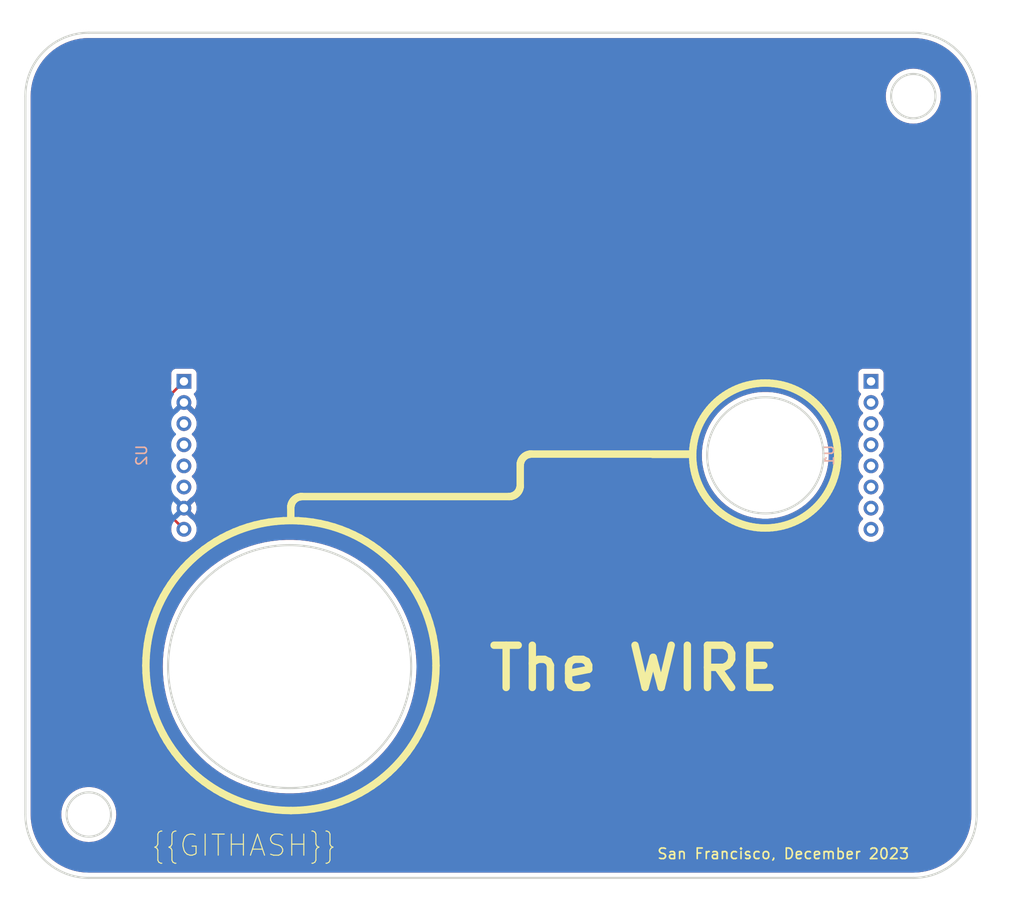
<source format=kicad_pcb>
(kicad_pcb (version 20221018) (generator pcbnew)
  (layers (0 "F.Cu" signal) (31 "B.Cu" signal) (34 "B.Paste" user) (35 "F.Paste" user) (36 "B.SilkS" user "B.Silkscreen") (37 "F.SilkS" user "F.Silkscreen") (38 "B.Mask" user) (39 "F.Mask" user) (44 "Edge.Cuts" user))
  (net 0 "")
  (net 1 "out")
  (net 2 "latch")
  (net 3 "xor")
  (net 4 "and")
  (net 5 "or")
  (net 6 "not")
  (net 7 "wire")
  (net 8 "in")
  (net 9 "and-1")
  (net 10 "xor-1")
  (net 11 "or-1")
  (net 12 "not-1")
  (net 13 "wire-1")
  (net 14 "in-1")
  (footprint "lib:HDR-TH_8P-P2.00-V-F" (layer "B.Cu") (at 101.8 101.1 -90)
    (fp_text reference "U2" (at 0 4 90) (layer "B.SilkS") (effects (justify mirror)))
    (fp_text value "<help! no value>")
    (pad "1" thru_hole rect (at -7 0 270) (size 1.4 1.4) (drill 0.799998) (layers "*.Cu" "*.Mask") (net 14 "in-1"))
    (pad "2" thru_hole circle (at -5 0 270) (size 1.4 1.4) (drill 0.799998) (layers "*.Cu" "*.Mask") (net 13 "wire-1"))
    (pad "3" thru_hole circle (at -3 0 270) (size 1.4 1.4) (drill 0.799998) (layers "*.Cu" "*.Mask") (net 12 "not-1"))
    (pad "4" thru_hole circle (at -1 0 270) (size 1.4 1.4) (drill 0.799998) (layers "*.Cu" "*.Mask") (net 11 "or-1"))
    (pad "5" thru_hole circle (at 1 0 270) (size 1.4 1.4) (drill 0.799998) (layers "*.Cu" "*.Mask") (net 9 "and-1"))
    (pad "6" thru_hole circle (at 3 0 270) (size 1.4 1.4) (drill 0.799998) (layers "*.Cu" "*.Mask") (net 10 "xor-1"))
    (pad "7" thru_hole circle (at 5 0 270) (size 1.4 1.4) (drill 0.799998) (layers "*.Cu" "*.Mask") (net 13 "wire-1"))
    (pad "8" thru_hole circle (at 7 0 270) (size 1.4 1.4) (drill 0.799998) (layers "*.Cu" "*.Mask") (net 14 "in-1"))
  )
  (footprint "lib:HDR-TH_8P-P2.00-V-F" (layer "B.Cu") (at 166.8 101.1 -90)
    (fp_text reference "U1" (at 0 4 90) (layer "B.SilkS") (effects (justify mirror)))
    (fp_text value "<help! no value>")
    (pad "1" thru_hole rect (at -7 0 270) (size 1.4 1.4) (drill 0.799998) (layers "*.Cu" "*.Mask") (net 8 "in"))
    (pad "2" thru_hole circle (at -5 0 270) (size 1.4 1.4) (drill 0.799998) (layers "*.Cu" "*.Mask") (net 7 "wire"))
    (pad "3" thru_hole circle (at -3 0 270) (size 1.4 1.4) (drill 0.799998) (layers "*.Cu" "*.Mask") (net 6 "not"))
    (pad "4" thru_hole circle (at -1 0 270) (size 1.4 1.4) (drill 0.799998) (layers "*.Cu" "*.Mask") (net 5 "or"))
    (pad "5" thru_hole circle (at 1 0 270) (size 1.4 1.4) (drill 0.799998) (layers "*.Cu" "*.Mask") (net 4 "and"))
    (pad "6" thru_hole circle (at 3 0 270) (size 1.4 1.4) (drill 0.799998) (layers "*.Cu" "*.Mask") (net 3 "xor"))
    (pad "7" thru_hole circle (at 5 0 270) (size 1.4 1.4) (drill 0.799998) (layers "*.Cu" "*.Mask") (net 2 "latch"))
    (pad "8" thru_hole circle (at 7 0 270) (size 1.4 1.4) (drill 0.799998) (layers "*.Cu" "*.Mask") (net 1 "out"))
  )
  (gr_line (start 161.870007 96.504054) (end 162.085682 96.753037) (stroke (width 0.703791)) (layer "F.SilkS"))
  (gr_line (start 122.513993 129.729698) (end 122.082643 130.227664) (stroke (width 0.703791)) (layer "F.SilkS"))
  (gr_line (start 158.505564 94.471952) (end 158.831191 94.56442) (stroke (width 0.703791)) (layer "F.SilkS"))
  (gr_line (start 157.835661 94.334985) (end 158.173577 94.39533) (stroke (width 0.703791)) (layer "F.SilkS"))
  (gr_line (start 121.628225 130.704288) (end 121.151602 131.158706) (stroke (width 0.703791)) (layer "F.SilkS"))
  (gr_line (start 102.219648 111.295711) (end 102.696271 110.841293) (stroke (width 0.703791)) (layer "F.SilkS"))
  (gr_line (start 98.2 121) (end 98.217858 120.293768) (stroke (width 0.703791)) (layer "F.SilkS"))
  (gr_line (start 112.555175 105.086889) (end 112.603115 105.067986) (stroke (width 0.703791)) (layer "F.SilkS"))
  (gr_line (start 163.513213 99.734961) (end 163.573558 100.072877) (stroke (width 0.703791)) (layer "F.SilkS"))
  (gr_line (start 125.630015 120.293768) (end 125.647872 121) (stroke (width 0.703791)) (layer "F.SilkS"))
  (gr_line (start 162.975958 98.142939) (end 163.113376 98.446899) (stroke (width 0.703791)) (layer "F.SilkS"))
  (gr_line (start 149.937612 101.471003) (end 149.928683 101.117887) (stroke (width 0.703791)) (layer "F.SilkS"))
  (gr_line (start 122.513993 112.270301) (end 122.921413 112.788749) (stroke (width 0.703791)) (layer "F.SilkS"))
  (gr_line (start 98.817001 125.081079) (end 98.632066 124.429826) (stroke (width 0.703791)) (layer "F.SilkS"))
  (gr_line (start 109.833916 134.565805) (end 109.158085 134.445114) (stroke (width 0.703791)) (layer "F.SilkS"))
  (gr_line (start 133.925168 101.289008) (end 133.961832 101.254053) (stroke (width 0.703791)) (layer "F.SilkS"))
  (gr_line (start 151.495624 96.753037) (end 151.711299 96.504054) (stroke (width 0.703791)) (layer "F.SilkS"))
  (gr_line (start 152.17682 96.038533) (end 152.425803 95.822858) (stroke (width 0.703791)) (layer "F.SilkS"))
  (gr_line (start 150.144716 99.402974) (end 150.237184 99.077347) (stroke (width 0.703791)) (layer "F.SilkS"))
  (gr_line (start 159.150027 107.563475) (end 158.831191 107.671357) (stroke (width 0.703791)) (layer "F.SilkS"))
  (gr_line (start 112.630169 107.293922) (end 113.32713 107.34692) (stroke (width 0.703791)) (layer "F.SilkS"))
  (gr_line (start 133.617338 101.981166) (end 133.621415 101.927553) (stroke (width 0.703791)) (layer "F.SilkS"))
  (gr_line (start 122.082643 111.772334) (end 122.513993 112.270301) (stroke (width 0.703791)) (layer "F.SilkS"))
  (gr_line (start 110.520744 107.34692) (end 111.217705 107.293922) (stroke (width 0.703791)) (layer "F.SilkS"))
  (gr_line (start 104.250753 132.380103) (end 103.712686 131.997476) (stroke (width 0.703791)) (layer "F.SilkS"))
  (gr_line (start 160.896278 106.616626) (end 160.627245 106.80794) (stroke (width 0.703791)) (layer "F.SilkS"))
  (gr_line (start 125.215807 117.570174) (end 125.369051 118.234148) (stroke (width 0.703791)) (layer "F.SilkS"))
  (gr_line (start 132.773033 104.98248) (end 132.824108 104.970692) (stroke (width 0.703791)) (layer "F.SilkS"))
  (gr_line (start 162.82442 97.847065) (end 162.975958 98.142939) (stroke (width 0.703791)) (layer "F.SilkS"))
  (gr_line (start 99.278495 126.341975) (end 99.032765 125.718749) (stroke (width 0.703791)) (layer "F.SilkS"))
  (gr_line (start 112.508412 105.10803) (end 112.555175 105.086889) (stroke (width 0.703791)) (layer "F.SilkS"))
  (gr_line (start 123.661013 128.11636) (end 123.30404 128.673183) (stroke (width 0.703791)) (layer "F.SilkS"))
  (gr_line (start 134.510882 100.991969) (end 134.563715 100.985256) (stroke (width 0.703791)) (layer "F.SilkS"))
  (gr_line (start 150.237184 99.077347) (end 150.345066 98.758512) (stroke (width 0.703791)) (layer "F.SilkS"))
  (gr_line (start 134.12424 101.13264) (end 134.168449 101.10722) (stroke (width 0.703791)) (layer "F.SilkS"))
  (gr_line (start 105.382293 108.932469) (end 105.974042 108.629393) (stroke (width 0.703791)) (layer "F.SilkS"))
  (gr_line (start 163.113376 103.788875) (end 162.975958 104.092834) (stroke (width 0.703791)) (layer "F.SilkS"))
  (gr_line (start 155.075739 94.471952) (end 155.407726 94.39533) (stroke (width 0.703791)) (layer "F.SilkS"))
  (gr_line (start 152.17682 106.197241) (end 151.938508 105.970032) (stroke (width 0.703791)) (layer "F.SilkS"))
  (gr_line (start 122.921413 112.788749) (end 123.30404 113.326816) (stroke (width 0.703791)) (layer "F.SilkS"))
  (gr_line (start 154.750112 94.56442) (end 155.075739 94.471952) (stroke (width 0.703791)) (layer "F.SilkS"))
  (gr_line (start 112.090703 105.469369) (end 112.120136 105.427979) (stroke (width 0.703791)) (layer "F.SilkS"))
  (gr_line (start 124.294544 115.050105) (end 124.569378 115.658024) (stroke (width 0.703791)) (layer "F.SilkS"))
  (gr_line (start 132.923256 104.939869) (end 132.971196 104.920966) (stroke (width 0.703791)) (layer "F.SilkS"))
  (gr_line (start 100.92646 129.21125) (end 100.543833 128.673183) (stroke (width 0.703791)) (layer "F.SilkS"))
  (gr_line (start 112.063244 105.512201) (end 112.090703 105.469369) (stroke (width 0.703791)) (layer "F.SilkS"))
  (gr_line (start 112.603115 105.067986) (end 112.652167 105.051389) (stroke (width 0.703791)) (layer "F.SilkS"))
  (gr_line (start 112.151476 105.388099) (end 112.184657 105.349794) (stroke (width 0.703791)) (layer "F.SilkS"))
  (gr_line (start 112.037824 105.55641) (end 112.063244 105.512201) (stroke (width 0.703791)) (layer "F.SilkS"))
  (gr_line (start 98.217858 121.706232) (end 98.2 121) (stroke (width 0.703791)) (layer "F.SilkS"))
  (gr_line (start 103.712686 110.002524) (end 104.250753 109.619896) (stroke (width 0.703791)) (layer "F.SilkS"))
  (gr_line (start 133.961832 101.254053) (end 134.000137 101.220872) (stroke (width 0.703791)) (layer "F.SilkS"))
  (gr_line (start 134.671653 100.979805) (end 149.774082 100.979805) (stroke (width 0.703791)) (layer "F.SilkS"))
  (gr_line (start 150.605348 104.092834) (end 150.467931 103.788875) (stroke (width 0.703791)) (layer "F.SilkS"))
  (gr_line (start 102.696271 110.841293) (end 103.194238 110.409943) (stroke (width 0.703791)) (layer "F.SilkS"))
  (gr_line (start 104.807576 109.262924) (end 105.382293 108.932469) (stroke (width 0.703791)) (layer "F.SilkS"))
  (gr_line (start 163.573558 102.162897) (end 163.513213 102.500813) (stroke (width 0.703791)) (layer "F.SilkS"))
  (gr_line (start 133.231791 104.76286) (end 133.270096 104.729679) (stroke (width 0.703791)) (layer "F.SilkS"))
  (gr_line (start 113.32713 134.653081) (end 112.630169 134.706078) (stroke (width 0.703791)) (layer "F.SilkS"))
  (gr_line (start 105.974042 108.629393) (end 106.581961 108.354559) (stroke (width 0.703791)) (layer "F.SilkS"))
  (gr_line (start 162.480706 104.954479) (end 162.289392 105.223513) (stroke (width 0.703791)) (layer "F.SilkS"))
  (gr_line (start 146.133918 101.005757) (end 149.84879 101.005757) (stroke (width 0.703791)) (layer "F.SilkS"))
  (gr_line (start 155.407726 94.39533) (end 155.745641 94.334985) (stroke (width 0.703791)) (layer "F.SilkS"))
  (gr_line (start 119.040298 109.262924) (end 119.597121 109.619896) (stroke (width 0.703791)) (layer "F.SilkS"))
  (gr_line (start 161.155502 106.412916) (end 160.896278 106.616626) (stroke (width 0.703791)) (layer "F.SilkS"))
  (gr_line (start 156.437535 94.264848) (end 156.790651 94.255919) (stroke (width 0.703791)) (layer "F.SilkS"))
  (gr_line (start 162.085682 96.753037) (end 162.289392 97.012261) (stroke (width 0.703791)) (layer "F.SilkS"))
  (gr_line (start 134.563715 100.985256) (end 134.617328 100.981179) (stroke (width 0.703791)) (layer "F.SilkS"))
  (gr_line (start 133.680024 101.67251) (end 133.698926 101.62457) (stroke (width 0.703791)) (layer "F.SilkS"))
  (gr_line (start 125.489742 123.09002) (end 125.369051 123.765852) (stroke (width 0.703791)) (layer "F.SilkS"))
  (gr_line (start 154.119664 107.440609) (end 153.815705 107.303192) (stroke (width 0.703791)) (layer "F.SilkS"))
  (gr_line (start 111.95787 105.745683) (end 111.974467 105.696632) (stroke (width 0.703791)) (layer "F.SilkS"))
  (gr_line (start 133.533003 104.359161) (end 133.551906 104.311221) (stroke (width 0.703791)) (layer "F.SilkS"))
  (gr_line (start 125.647872 121) (end 125.630015 121.706232) (stroke (width 0.703791)) (layer "F.SilkS"))
  (gr_line (start 154.750112 107.671357) (end 154.431277 107.563475) (stroke (width 0.703791)) (layer "F.SilkS"))
  (gr_line (start 151.1006 97.281295) (end 151.291914 97.012261) (stroke (width 0.703791)) (layer "F.SilkS"))
  (gr_line (start 122.921413 129.21125) (end 122.513993 129.729698) (stroke (width 0.703791)) (layer "F.SilkS"))
  (gr_line (start 108.494111 134.29187) (end 107.842858 134.106935) (stroke (width 0.703791)) (layer "F.SilkS"))
  (gr_line (start 159.46164 94.795166) (end 159.765599 94.932583) (stroke (width 0.703791)) (layer "F.SilkS"))
  (gr_line (start 133.374896 104.619755) (end 133.406236 104.579875) (stroke (width 0.703791)) (layer "F.SilkS"))
  (gr_line (start 159.765599 94.932583) (end 160.061474 95.084121) (stroke (width 0.703791)) (layer "F.SilkS"))
  (gr_line (start 100.92646 112.788749) (end 101.33388 112.270301) (stroke (width 0.703791)) (layer "F.SilkS"))
  (gr_line (start 111.923937 134.723936) (end 111.217705 134.706078) (stroke (width 0.703791)) (layer "F.SilkS"))
  (gr_line (start 124.294544 126.949894) (end 123.991468 127.541643) (stroke (width 0.703791)) (layer "F.SilkS"))
  (gr_line (start 119.040298 132.737076) (end 118.46558 133.067531) (stroke (width 0.703791)) (layer "F.SilkS"))
  (gr_line (start 124.569378 126.341975) (end 124.294544 126.949894) (stroke (width 0.703791)) (layer "F.SilkS"))
  (gr_line (start 152.425803 106.412916) (end 152.17682 106.197241) (stroke (width 0.703791)) (layer "F.SilkS"))
  (gr_line (start 155.745641 94.334985) (end 156.089055 94.291347) (stroke (width 0.703791)) (layer "F.SilkS"))
  (gr_line (start 133.7688 101.488079) (end 133.79626 101.445246) (stroke (width 0.703791)) (layer "F.SilkS"))
  (gr_line (start 102.696271 131.158706) (end 102.219648 130.704288) (stroke (width 0.703791)) (layer "F.SilkS"))
  (gr_line (start 114.689789 107.554886) (end 115.353763 107.708131) (stroke (width 0.703791)) (layer "F.SilkS"))
  (gr_line (start 151.711299 96.504054) (end 151.938508 96.265742) (stroke (width 0.703791)) (layer "F.SilkS"))
  (gr_line (start 153.519831 95.084121) (end 153.815705 94.932583) (stroke (width 0.703791)) (layer "F.SilkS"))
  (gr_line (start 152.954061 95.427835) (end 153.232472 95.249349) (stroke (width 0.703791)) (layer "F.SilkS"))
  (gr_line (start 112.375851 105.184222) (end 112.418683 105.156763) (stroke (width 0.703791)) (layer "F.SilkS"))
  (gr_line (start 133.341715 104.658061) (end 133.374896 104.619755) (stroke (width 0.703791)) (layer "F.SilkS"))
  (gr_line (start 162.085682 105.482737) (end 161.870007 105.73172) (stroke (width 0.703791)) (layer "F.SilkS"))
  (gr_line (start 103.194238 131.590056) (end 102.696271 131.158706) (stroke (width 0.703791)) (layer "F.SilkS"))
  (gr_line (start 133.637413 101.822733) (end 133.649201 101.771658) (stroke (width 0.703791)) (layer "F.SilkS"))
  (gr_line (start 109.158085 107.554886) (end 109.833916 107.434195) (stroke (width 0.703791)) (layer "F.SilkS"))
  (gr_line (start 112.753338 105.025375) (end 112.805326 105.016091) (stroke (width 0.703791)) (layer "F.SilkS"))
  (gr_line (start 99.856405 114.458356) (end 100.18686 113.883639) (stroke (width 0.703791)) (layer "F.SilkS"))
  (gr_line (start 98.217858 120.293768) (end 98.270855 119.596807) (stroke (width 0.703791)) (layer "F.SilkS"))
  (gr_line (start 133.621415 101.927553) (end 133.628129 101.87472) (stroke (width 0.703791)) (layer "F.SilkS"))
  (gr_line (start 117.873831 133.370607) (end 117.265913 133.645441) (stroke (width 0.703791)) (layer "F.SilkS"))
  (gr_line (start 150.144716 102.8328) (end 150.068094 102.500813) (stroke (width 0.703791)) (layer "F.SilkS"))
  (gr_line (start 149.964111 100.41629) (end 150.007748 100.072877) (stroke (width 0.703791)) (layer "F.SilkS"))
  (gr_line (start 112.219612 105.31313) (end 112.256275 105.278175) (stroke (width 0.703791)) (layer "F.SilkS"))
  (gr_line (start 98.478822 123.765852) (end 98.358131 123.09002) (stroke (width 0.703791)) (layer "F.SilkS"))
  (gr_line (start 112.256275 105.278175) (end 112.29458 105.244995) (stroke (width 0.703791)) (layer "F.SilkS"))
  (gr_line (start 100.543833 113.326816) (end 100.92646 112.788749) (stroke (width 0.703791)) (layer "F.SilkS"))
  (gr_line (start 151.938508 96.265742) (end 152.17682 96.038533) (stroke (width 0.703791)) (layer "F.SilkS"))
  (gr_line (start 134.081407 101.160099) (end 134.12424 101.13264) (stroke (width 0.703791)) (layer "F.SilkS"))
  (gr_line (start 150.922114 104.676067) (end 150.756886 104.388709) (stroke (width 0.703791)) (layer "F.SilkS"))
  (gr_line (start 160.627245 106.80794) (end 160.348833 106.986426) (stroke (width 0.703791)) (layer "F.SilkS"))
  (gr_line (start 117.265913 108.354559) (end 117.873831 108.629393) (stroke (width 0.703791)) (layer "F.SilkS"))
  (gr_line (start 153.232472 106.986426) (end 152.954061 106.80794) (stroke (width 0.703791)) (layer "F.SilkS"))
  (gr_line (start 100.18686 128.11636) (end 99.856405 127.541643) (stroke (width 0.703791)) (layer "F.SilkS"))
  (gr_line (start 150.756886 104.388709) (end 150.605348 104.092834) (stroke (width 0.703791)) (layer "F.SilkS"))
  (gr_line (start 133.663426 101.721562) (end 133.680024 101.67251) (stroke (width 0.703791)) (layer "F.SilkS"))
  (gr_line (start 133.79626 101.445246) (end 133.825692 101.403856) (stroke (width 0.703791)) (layer "F.SilkS"))
  (gr_line (start 155.745641 107.900792) (end 155.407726 107.840446) (stroke (width 0.703791)) (layer "F.SilkS"))
  (gr_line (start 157.143767 107.970929) (end 156.790651 107.979857) (stroke (width 0.703791)) (layer "F.SilkS"))
  (gr_line (start 101.76523 130.227664) (end 101.33388 129.729698) (stroke (width 0.703791)) (layer "F.SilkS"))
  (gr_line (start 150.007748 100.072877) (end 150.068094 99.734961) (stroke (width 0.703791)) (layer "F.SilkS"))
  (gr_line (start 132.721046 104.991764) (end 132.773033 104.98248) (stroke (width 0.703791)) (layer "F.SilkS"))
  (gr_line (start 149.964111 101.819483) (end 149.937612 101.471003) (stroke (width 0.703791)) (layer "F.SilkS"))
  (gr_line (start 112.29458 105.244995) (end 112.334461 105.213655) (stroke (width 0.703791)) (layer "F.SilkS"))
  (gr_line (start 154.431277 107.563475) (end 154.119664 107.440609) (stroke (width 0.703791)) (layer "F.SilkS"))
  (gr_line (start 103.712686 131.997476) (end 103.194238 131.590056) (stroke (width 0.703791)) (layer "F.SilkS"))
  (gr_line (start 114.013957 107.434195) (end 114.689789 107.554886) (stroke (width 0.703791)) (layer "F.SilkS"))
  (gr_line (start 157.835661 107.900792) (end 157.492247 107.94443) (stroke (width 0.703791)) (layer "F.SilkS"))
  (gr_line (start 111.993369 105.648692) (end 112.014511 105.601929) (stroke (width 0.703791)) (layer "F.SilkS"))
  (gr_line (start 133.488548 104.451443) (end 133.511862 104.405924) (stroke (width 0.703791)) (layer "F.SilkS"))
  (gr_line (start 158.831191 94.56442) (end 159.150027 94.672301) (stroke (width 0.703791)) (layer "F.SilkS"))
  (gr_line (start 132.971196 104.920966) (end 133.017959 104.899825) (stroke (width 0.703791)) (layer "F.SilkS"))
  (gr_line (start 133.551906 104.311221) (end 133.568503 104.262169) (stroke (width 0.703791)) (layer "F.SilkS"))
  (gr_line (start 133.435669 104.538485) (end 133.463128 104.495652) (stroke (width 0.703791)) (layer "F.SilkS"))
  (gr_line (start 160.627245 95.427835) (end 160.896278 95.619149) (stroke (width 0.703791)) (layer "F.SilkS"))
  (gr_line (start 133.74338 101.532288) (end 133.7688 101.488079) (stroke (width 0.703791)) (layer "F.SilkS"))
  (gr_line (start 112.630169 134.706078) (end 111.923937 134.723936) (stroke (width 0.703791)) (layer "F.SilkS"))
  (gr_line (start 101.33388 112.270301) (end 101.76523 111.772334) (stroke (width 0.703791)) (layer "F.SilkS"))
  (gr_line (start 158.173577 107.840446) (end 157.835661 107.900792) (stroke (width 0.703791)) (layer "F.SilkS"))
  (gr_line (start 112.418683 105.156763) (end 112.462892 105.131343) (stroke (width 0.703791)) (layer "F.SilkS"))
  (gr_line (start 98.632066 117.570174) (end 98.817001 116.91892) (stroke (width 0.703791)) (layer "F.SilkS"))
  (gr_line (start 150.605348 98.142939) (end 150.756886 97.847065) (stroke (width 0.703791)) (layer "F.SilkS"))
  (gr_line (start 133.306759 104.694724) (end 133.341715 104.658061) (stroke (width 0.703791)) (layer "F.SilkS"))
  (gr_line (start 125.630015 121.706232) (end 125.577017 122.403193) (stroke (width 0.703791)) (layer "F.SilkS"))
  (gr_line (start 157.492247 107.94443) (end 157.143767 107.970929) (stroke (width 0.703791)) (layer "F.SilkS"))
  (gr_line (start 112.334461 105.213655) (end 112.375851 105.184222) (stroke (width 0.703791)) (layer "F.SilkS"))
  (gr_line (start 163.344123 103.158426) (end 163.236241 103.477262) (stroke (width 0.703791)) (layer "F.SilkS"))
  (gr_line (start 116.642687 108.108829) (end 117.265913 108.354559) (stroke (width 0.703791)) (layer "F.SilkS"))
  (gr_line (start 149.928683 101.117887) (end 149.937612 100.764771) (stroke (width 0.703791)) (layer "F.SilkS"))
  (gr_line (start 99.032765 116.281249) (end 99.278495 115.658024) (stroke (width 0.703791)) (layer "F.SilkS"))
  (gr_line (start 114.689789 134.445114) (end 114.013957 134.565805) (stroke (width 0.703791)) (layer "F.SilkS"))
  (gr_line (start 162.659192 104.676067) (end 162.480706 104.954479) (stroke (width 0.703791)) (layer "F.SilkS"))
  (gr_line (start 112.120136 105.427979) (end 112.151476 105.388099) (stroke (width 0.703791)) (layer "F.SilkS"))
  (gr_line (start 151.938508 105.970032) (end 151.711299 105.73172) (stroke (width 0.703791)) (layer "F.SilkS"))
  (gr_line (start 133.063478 104.876512) (end 133.107688 104.851092) (stroke (width 0.703791)) (layer "F.SilkS"))
  (gr_line (start 153.815705 94.932583) (end 154.119664 94.795166) (stroke (width 0.703791)) (layer "F.SilkS"))
  (gr_line (start 121.151602 110.841293) (end 121.628225 111.295711) (stroke (width 0.703791)) (layer "F.SilkS"))
  (gr_line (start 163.643695 100.764771) (end 163.652623 101.117887) (stroke (width 0.703791)) (layer "F.SilkS"))
  (gr_line (start 121.628225 111.295711) (end 122.082643 111.772334) (stroke (width 0.703791)) (layer "F.SilkS"))
  (gr_line (start 152.685027 95.619149) (end 152.954061 95.427835) (stroke (width 0.703791)) (layer "F.SilkS"))
  (gr_line (start 121.151602 131.158706) (end 120.653635 131.590056) (stroke (width 0.703791)) (layer "F.SilkS"))
  (gr_line (start 125.577017 122.403193) (end 125.489742 123.09002) (stroke (width 0.703791)) (layer "F.SilkS"))
  (gr_line (start 152.685027 106.616626) (end 152.425803 106.412916) (stroke (width 0.703791)) (layer "F.SilkS"))
  (gr_line (start 152.954061 106.80794) (end 152.685027 106.616626) (stroke (width 0.703791)) (layer "F.SilkS"))
  (gr_line (start 125.577017 119.596807) (end 125.630015 120.293768) (stroke (width 0.703791)) (layer "F.SilkS"))
  (gr_line (start 151.1006 104.954479) (end 150.922114 104.676067) (stroke (width 0.703791)) (layer "F.SilkS"))
  (gr_line (start 111.923937 107.276065) (end 112.630169 107.293922) (stroke (width 0.703791)) (layer "F.SilkS"))
  (gr_line (start 112.858159 105.009378) (end 112.911771 105.005301) (stroke (width 0.703791)) (layer "F.SilkS"))
  (gr_line (start 123.991468 127.541643) (end 123.661013 128.11636) (stroke (width 0.703791)) (layer "F.SilkS"))
  (gr_line (start 154.431277 94.672301) (end 154.750112 94.56442) (stroke (width 0.703791)) (layer "F.SilkS"))
  (gr_line (start 157.143767 94.264848) (end 157.492247 94.291347) (stroke (width 0.703791)) (layer "F.SilkS"))
  (gr_line (start 149.937612 100.764771) (end 149.964111 100.41629) (stroke (width 0.703791)) (layer "F.SilkS"))
  (gr_line (start 112.652167 105.051389) (end 112.702263 105.037163) (stroke (width 0.703791)) (layer "F.SilkS"))
  (gr_line (start 133.825692 101.403856) (end 133.857032 101.363976) (stroke (width 0.703791)) (layer "F.SilkS"))
  (gr_line (start 157.492247 94.291347) (end 157.835661 94.334985) (stroke (width 0.703791)) (layer "F.SilkS"))
  (gr_line (start 162.975958 104.092834) (end 162.82442 104.388709) (stroke (width 0.703791)) (layer "F.SilkS"))
  (gr_line (start 114.013957 134.565805) (end 113.32713 134.653081) (stroke (width 0.703791)) (layer "F.SilkS"))
  (gr_line (start 156.089055 94.291347) (end 156.437535 94.264848) (stroke (width 0.703791)) (layer "F.SilkS"))
  (gr_line (start 104.807576 132.737076) (end 104.250753 132.380103) (stroke (width 0.703791)) (layer "F.SilkS"))
  (gr_line (start 161.642798 96.265742) (end 161.870007 96.504054) (stroke (width 0.703791)) (layer "F.SilkS"))
  (gr_line (start 153.519831 107.151654) (end 153.232472 106.986426) (stroke (width 0.703791)) (layer "F.SilkS"))
  (gr_line (start 111.217705 134.706078) (end 110.520744 134.653081) (stroke (width 0.703791)) (layer "F.SilkS"))
  (gr_line (start 134.40782 101.013041) (end 134.458895 101.001253) (stroke (width 0.703791)) (layer "F.SilkS"))
  (gr_line (start 119.597121 109.619896) (end 120.135187 110.002524) (stroke (width 0.703791)) (layer "F.SilkS"))
  (gr_line (start 123.991468 114.458356) (end 124.294544 115.050105) (stroke (width 0.703791)) (layer "F.SilkS"))
  (gr_line (start 112.966097 105.003928) (end 132.560276 105.003928) (stroke (width 0.703791)) (layer "F.SilkS"))
  (gr_line (start 150.068094 99.734961) (end 150.144716 99.402974) (stroke (width 0.703791)) (layer "F.SilkS"))
  (gr_line (start 123.661013 113.883639) (end 123.991468 114.458356) (stroke (width 0.703791)) (layer "F.SilkS"))
  (gr_line (start 111.974467 105.696632) (end 111.993369 105.648692) (stroke (width 0.703791)) (layer "F.SilkS"))
  (gr_line (start 111.217705 107.293922) (end 111.923937 107.276065) (stroke (width 0.703791)) (layer "F.SilkS"))
  (gr_line (start 113.32713 107.34692) (end 114.013957 107.434195) (stroke (width 0.703791)) (layer "F.SilkS"))
  (gr_line (start 134.213968 101.083907) (end 134.260731 101.062766) (stroke (width 0.703791)) (layer "F.SilkS"))
  (gr_line (start 150.007748 102.162897) (end 149.964111 101.819483) (stroke (width 0.703791)) (layer "F.SilkS"))
  (gr_line (start 161.404486 106.197241) (end 161.155502 106.412916) (stroke (width 0.703791)) (layer "F.SilkS"))
  (gr_line (start 133.107688 104.851092) (end 133.15052 104.823633) (stroke (width 0.703791)) (layer "F.SilkS"))
  (gr_line (start 118.46558 133.067531) (end 117.873831 133.370607) (stroke (width 0.703791)) (layer "F.SilkS"))
  (gr_line (start 98.632066 124.429826) (end 98.478822 123.765852) (stroke (width 0.703791)) (layer "F.SilkS"))
  (gr_line (start 133.649201 101.771658) (end 133.663426 101.721562) (stroke (width 0.703791)) (layer "F.SilkS"))
  (gr_line (start 163.513213 102.500813) (end 163.43659 102.8328) (stroke (width 0.703791)) (layer "F.SilkS"))
  (gr_line (start 160.348833 95.249349) (end 160.627245 95.427835) (stroke (width 0.703791)) (layer "F.SilkS"))
  (gr_line (start 124.815108 125.718749) (end 124.569378 126.341975) (stroke (width 0.703791)) (layer "F.SilkS"))
  (gr_line (start 163.113376 98.446899) (end 163.236241 98.758512) (stroke (width 0.703791)) (layer "F.SilkS"))
  (gr_line (start 107.205187 133.891171) (end 106.581961 133.645441) (stroke (width 0.703791)) (layer "F.SilkS"))
  (gr_line (start 150.345066 103.477262) (end 150.237184 103.158426) (stroke (width 0.703791)) (layer "F.SilkS"))
  (gr_line (start 151.291914 97.012261) (end 151.495624 96.753037) (stroke (width 0.703791)) (layer "F.SilkS"))
  (gr_line (start 151.291914 105.223513) (end 151.1006 104.954479) (stroke (width 0.703791)) (layer "F.SilkS"))
  (gr_line (start 112.911771 105.005301) (end 112.966097 105.003928) (stroke (width 0.703791)) (layer "F.SilkS"))
  (gr_line (start 111.910408 107.233031) (end 111.910408 106.059611) (stroke (width 0.703791)) (layer "F.SilkS"))
  (gr_line (start 98.270855 122.403193) (end 98.217858 121.706232) (stroke (width 0.703791)) (layer "F.SilkS"))
  (gr_line (start 163.43659 99.402974) (end 163.513213 99.734961) (stroke (width 0.703791)) (layer "F.SilkS"))
  (gr_line (start 133.628129 101.87472) (end 133.637413 101.822733) (stroke (width 0.703791)) (layer "F.SilkS"))
  (gr_line (start 132.668214 104.998477) (end 132.721046 104.991764) (stroke (width 0.703791)) (layer "F.SilkS"))
  (gr_line (start 133.270096 104.729679) (end 133.306759 104.694724) (stroke (width 0.703791)) (layer "F.SilkS"))
  (gr_line (start 122.082643 130.227664) (end 121.628225 130.704288) (stroke (width 0.703791)) (layer "F.SilkS"))
  (gr_line (start 163.236241 103.477262) (end 163.113376 103.788875) (stroke (width 0.703791)) (layer "F.SilkS"))
  (gr_line (start 132.874204 104.956466) (end 132.923256 104.939869) (stroke (width 0.703791)) (layer "F.SilkS"))
  (gr_line (start 111.911782 106.005286) (end 111.915859 105.951674) (stroke (width 0.703791)) (layer "F.SilkS"))
  (gr_line (start 160.896278 95.619149) (end 161.155502 95.822858) (stroke (width 0.703791)) (layer "F.SilkS"))
  (gr_line (start 159.150027 94.672301) (end 159.46164 94.795166) (stroke (width 0.703791)) (layer "F.SilkS"))
  (gr_line (start 150.756886 97.847065) (end 150.922114 97.559706) (stroke (width 0.703791)) (layer "F.SilkS"))
  (gr_line (start 133.017959 104.899825) (end 133.063478 104.876512) (stroke (width 0.703791)) (layer "F.SilkS"))
  (gr_line (start 120.653635 110.409943) (end 121.151602 110.841293) (stroke (width 0.703791)) (layer "F.SilkS"))
  (gr_line (start 151.711299 105.73172) (end 151.495624 105.482737) (stroke (width 0.703791)) (layer "F.SilkS"))
  (gr_line (start 163.652623 101.117887) (end 163.643695 101.471003) (stroke (width 0.703791)) (layer "F.SilkS"))
  (gr_line (start 150.068094 102.500813) (end 150.007748 102.162897) (stroke (width 0.703791)) (layer "F.SilkS"))
  (gr_line (start 111.922572 105.898841) (end 111.931856 105.846854) (stroke (width 0.703791)) (layer "F.SilkS"))
  (gr_line (start 102.219648 130.704288) (end 101.76523 130.227664) (stroke (width 0.703791)) (layer "F.SilkS"))
  (gr_line (start 161.404486 96.038533) (end 161.642798 96.265742) (stroke (width 0.703791)) (layer "F.SilkS"))
  (gr_line (start 161.642798 105.970032) (end 161.404486 106.197241) (stroke (width 0.703791)) (layer "F.SilkS"))
  (gr_line (start 125.215807 124.429826) (end 125.030872 125.081079) (stroke (width 0.703791)) (layer "F.SilkS"))
  (gr_line (start 98.817001 116.91892) (end 99.032765 116.281249) (stroke (width 0.703791)) (layer "F.SilkS"))
  (gr_line (start 156.790651 107.979857) (end 156.437535 107.970929) (stroke (width 0.703791)) (layer "F.SilkS"))
  (gr_line (start 134.168449 101.10722) (end 134.213968 101.083907) (stroke (width 0.703791)) (layer "F.SilkS"))
  (gr_line (start 100.543833 128.673183) (end 100.18686 128.11636) (stroke (width 0.703791)) (layer "F.SilkS"))
  (gr_line (start 133.15052 104.823633) (end 133.19191 104.7942) (stroke (width 0.703791)) (layer "F.SilkS"))
  (gr_line (start 133.698926 101.62457) (end 133.720067 101.577807) (stroke (width 0.703791)) (layer "F.SilkS"))
  (gr_line (start 134.357723 101.027267) (end 134.40782 101.013041) (stroke (width 0.703791)) (layer "F.SilkS"))
  (gr_line (start 156.790651 94.255919) (end 157.143767 94.264848) (stroke (width 0.703791)) (layer "F.SilkS"))
  (gr_line (start 154.119664 94.795166) (end 154.431277 94.672301) (stroke (width 0.703791)) (layer "F.SilkS"))
  (gr_line (start 98.478822 118.234148) (end 98.632066 117.570174) (stroke (width 0.703791)) (layer "F.SilkS"))
  (gr_line (start 111.943644 105.79578) (end 111.95787 105.745683) (stroke (width 0.703791)) (layer "F.SilkS"))
  (gr_line (start 112.462892 105.131343) (end 112.508412 105.10803) (stroke (width 0.703791)) (layer "F.SilkS"))
  (gr_line (start 125.030872 125.081079) (end 124.815108 125.718749) (stroke (width 0.703791)) (layer "F.SilkS"))
  (gr_line (start 107.205187 108.108829) (end 107.842858 107.893066) (stroke (width 0.703791)) (layer "F.SilkS"))
  (gr_line (start 162.289392 105.223513) (end 162.085682 105.482737) (stroke (width 0.703791)) (layer "F.SilkS"))
  (gr_line (start 101.76523 111.772334) (end 102.219648 111.295711) (stroke (width 0.703791)) (layer "F.SilkS"))
  (gr_line (start 120.135187 131.997476) (end 119.597121 132.380103) (stroke (width 0.703791)) (layer "F.SilkS"))
  (gr_line (start 153.815705 107.303192) (end 153.519831 107.151654) (stroke (width 0.703791)) (layer "F.SilkS"))
  (gr_line (start 119.597121 132.380103) (end 119.040298 132.737076) (stroke (width 0.703791)) (layer "F.SilkS"))
  (gr_line (start 104.250753 109.619896) (end 104.807576 109.262924) (stroke (width 0.703791)) (layer "F.SilkS"))
  (gr_line (start 98.358131 123.09002) (end 98.270855 122.403193) (stroke (width 0.703791)) (layer "F.SilkS"))
  (gr_line (start 134.458895 101.001253) (end 134.510882 100.991969) (stroke (width 0.703791)) (layer "F.SilkS"))
  (gr_line (start 132.614602 105.002554) (end 132.668214 104.998477) (stroke (width 0.703791)) (layer "F.SilkS"))
  (gr_line (start 106.581961 133.645441) (end 105.974042 133.370607) (stroke (width 0.703791)) (layer "F.SilkS"))
  (gr_line (start 155.407726 107.840446) (end 155.075739 107.763824) (stroke (width 0.703791)) (layer "F.SilkS"))
  (gr_line (start 109.833916 107.434195) (end 110.520744 107.34692) (stroke (width 0.703791)) (layer "F.SilkS"))
  (gr_line (start 156.089055 107.94443) (end 155.745641 107.900792) (stroke (width 0.703791)) (layer "F.SilkS"))
  (gr_line (start 123.30404 128.673183) (end 122.921413 129.21125) (stroke (width 0.703791)) (layer "F.SilkS"))
  (gr_line (start 108.494111 107.708131) (end 109.158085 107.554886) (stroke (width 0.703791)) (layer "F.SilkS"))
  (gr_line (start 115.353763 107.708131) (end 116.005016 107.893066) (stroke (width 0.703791)) (layer "F.SilkS"))
  (gr_line (start 98.270855 119.596807) (end 98.358131 118.909979) (stroke (width 0.703791)) (layer "F.SilkS"))
  (gr_line (start 125.369051 118.234148) (end 125.489742 118.909979) (stroke (width 0.703791)) (layer "F.SilkS"))
  (gr_line (start 150.467931 103.788875) (end 150.345066 103.477262) (stroke (width 0.703791)) (layer "F.SilkS"))
  (gr_line (start 117.873831 108.629393) (end 118.46558 108.932469) (stroke (width 0.703791)) (layer "F.SilkS"))
  (gr_line (start 124.569378 115.658024) (end 124.815108 116.281249) (stroke (width 0.703791)) (layer "F.SilkS"))
  (gr_line (start 151.495624 105.482737) (end 151.291914 105.223513) (stroke (width 0.703791)) (layer "F.SilkS"))
  (gr_line (start 134.308672 101.043864) (end 134.357723 101.027267) (stroke (width 0.703791)) (layer "F.SilkS"))
  (gr_line (start 133.615965 102.035491) (end 133.617338 101.981166) (stroke (width 0.703791)) (layer "F.SilkS"))
  (gr_line (start 125.489742 118.909979) (end 125.577017 119.596807) (stroke (width 0.703791)) (layer "F.SilkS"))
  (gr_line (start 150.467931 98.446899) (end 150.605348 98.142939) (stroke (width 0.703791)) (layer "F.SilkS"))
  (gr_line (start 161.870007 105.73172) (end 161.642798 105.970032) (stroke (width 0.703791)) (layer "F.SilkS"))
  (gr_line (start 162.659192 97.559706) (end 162.82442 97.847065) (stroke (width 0.703791)) (layer "F.SilkS"))
  (gr_line (start 107.842858 107.893066) (end 108.494111 107.708131) (stroke (width 0.703791)) (layer "F.SilkS"))
  (gr_line (start 162.289392 97.012261) (end 162.480706 97.281295) (stroke (width 0.703791)) (layer "F.SilkS"))
  (gr_line (start 112.805326 105.016091) (end 112.858159 105.009378) (stroke (width 0.703791)) (layer "F.SilkS"))
  (gr_line (start 133.857032 101.363976) (end 133.890213 101.325671) (stroke (width 0.703791)) (layer "F.SilkS"))
  (gr_line (start 133.890213 101.325671) (end 133.925168 101.289008) (stroke (width 0.703791)) (layer "F.SilkS"))
  (gr_line (start 111.910408 106.059611) (end 111.911782 106.005286) (stroke (width 0.703791)) (layer "F.SilkS"))
  (gr_line (start 133.720067 101.577807) (end 133.74338 101.532288) (stroke (width 0.703791)) (layer "F.SilkS"))
  (gr_line (start 150.922114 97.559706) (end 151.1006 97.281295) (stroke (width 0.703791)) (layer "F.SilkS"))
  (gr_line (start 133.511862 104.405924) (end 133.533003 104.359161) (stroke (width 0.703791)) (layer "F.SilkS"))
  (gr_line (start 98.358131 118.909979) (end 98.478822 118.234148) (stroke (width 0.703791)) (layer "F.SilkS"))
  (gr_line (start 163.43659 102.8328) (end 163.344123 103.158426) (stroke (width 0.703791)) (layer "F.SilkS"))
  (gr_line (start 163.344123 99.077347) (end 163.43659 99.402974) (stroke (width 0.703791)) (layer "F.SilkS"))
  (gr_line (start 107.842858 134.106935) (end 107.205187 133.891171) (stroke (width 0.703791)) (layer "F.SilkS"))
  (gr_line (start 158.505564 107.763824) (end 158.173577 107.840446) (stroke (width 0.703791)) (layer "F.SilkS"))
  (gr_line (start 101.33388 129.729698) (end 100.92646 129.21125) (stroke (width 0.703791)) (layer "F.SilkS"))
  (gr_line (start 99.553329 115.050105) (end 99.856405 114.458356) (stroke (width 0.703791)) (layer "F.SilkS"))
  (gr_line (start 133.463128 104.495652) (end 133.488548 104.451443) (stroke (width 0.703791)) (layer "F.SilkS"))
  (gr_line (start 161.155502 95.822858) (end 161.404486 96.038533) (stroke (width 0.703791)) (layer "F.SilkS"))
  (gr_line (start 160.348833 106.986426) (end 160.061474 107.151654) (stroke (width 0.703791)) (layer "F.SilkS"))
  (gr_line (start 120.653635 131.590056) (end 120.135187 131.997476) (stroke (width 0.703791)) (layer "F.SilkS"))
  (gr_line (start 163.617196 100.41629) (end 163.643695 100.764771) (stroke (width 0.703791)) (layer "F.SilkS"))
  (gr_line (start 163.643695 101.471003) (end 163.617196 101.819483) (stroke (width 0.703791)) (layer "F.SilkS"))
  (gr_line (start 163.573558 100.072877) (end 163.617196 100.41629) (stroke (width 0.703791)) (layer "F.SilkS"))
  (gr_line (start 110.520744 134.653081) (end 109.833916 134.565805) (stroke (width 0.703791)) (layer "F.SilkS"))
  (gr_line (start 100.18686 113.883639) (end 100.543833 113.326816) (stroke (width 0.703791)) (layer "F.SilkS"))
  (gr_line (start 133.603801 104.10901) (end 133.610514 104.056177) (stroke (width 0.703791)) (layer "F.SilkS"))
  (gr_line (start 111.915859 105.951674) (end 111.922572 105.898841) (stroke (width 0.703791)) (layer "F.SilkS"))
  (gr_line (start 134.260731 101.062766) (end 134.308672 101.043864) (stroke (width 0.703791)) (layer "F.SilkS"))
  (gr_line (start 112.184657 105.349794) (end 112.219612 105.31313) (stroke (width 0.703791)) (layer "F.SilkS"))
  (gr_line (start 133.568503 104.262169) (end 133.582729 104.212072) (stroke (width 0.703791)) (layer "F.SilkS"))
  (gr_line (start 132.824108 104.970692) (end 132.874204 104.956466) (stroke (width 0.703791)) (layer "F.SilkS"))
  (gr_line (start 116.642687 133.891171) (end 116.005016 134.106935) (stroke (width 0.703791)) (layer "F.SilkS"))
  (gr_line (start 162.82442 104.388709) (end 162.659192 104.676067) (stroke (width 0.703791)) (layer "F.SilkS"))
  (gr_line (start 152.425803 95.822858) (end 152.685027 95.619149) (stroke (width 0.703791)) (layer "F.SilkS"))
  (gr_line (start 99.032765 125.718749) (end 98.817001 125.081079) (stroke (width 0.703791)) (layer "F.SilkS"))
  (gr_line (start 99.553329 126.949894) (end 99.278495 126.341975) (stroke (width 0.703791)) (layer "F.SilkS"))
  (gr_line (start 155.075739 107.763824) (end 154.750112 107.671357) (stroke (width 0.703791)) (layer "F.SilkS"))
  (gr_line (start 150.345066 98.758512) (end 150.467931 98.446899) (stroke (width 0.703791)) (layer "F.SilkS"))
  (gr_line (start 117.265913 133.645441) (end 116.642687 133.891171) (stroke (width 0.703791)) (layer "F.SilkS"))
  (gr_line (start 124.815108 116.281249) (end 125.030872 116.91892) (stroke (width 0.703791)) (layer "F.SilkS"))
  (gr_line (start 160.061474 95.084121) (end 160.348833 95.249349) (stroke (width 0.703791)) (layer "F.SilkS"))
  (gr_line (start 99.856405 127.541643) (end 99.553329 126.949894) (stroke (width 0.703791)) (layer "F.SilkS"))
  (gr_line (start 150.237184 103.158426) (end 150.144716 102.8328) (stroke (width 0.703791)) (layer "F.SilkS"))
  (gr_line (start 132.560276 105.003928) (end 132.614602 105.002554) (stroke (width 0.703791)) (layer "F.SilkS"))
  (gr_line (start 111.931856 105.846854) (end 111.943644 105.79578) (stroke (width 0.703791)) (layer "F.SilkS"))
  (gr_line (start 133.406236 104.579875) (end 133.435669 104.538485) (stroke (width 0.703791)) (layer "F.SilkS"))
  (gr_line (start 106.581961 108.354559) (end 107.205187 108.108829) (stroke (width 0.703791)) (layer "F.SilkS"))
  (gr_line (start 103.194238 110.409943) (end 103.712686 110.002524) (stroke (width 0.703791)) (layer "F.SilkS"))
  (gr_line (start 163.617196 101.819483) (end 163.573558 102.162897) (stroke (width 0.703791)) (layer "F.SilkS"))
  (gr_line (start 116.005016 107.893066) (end 116.642687 108.108829) (stroke (width 0.703791)) (layer "F.SilkS"))
  (gr_line (start 134.617328 100.981179) (end 134.671653 100.979805) (stroke (width 0.703791)) (layer "F.SilkS"))
  (gr_line (start 159.765599 107.303192) (end 159.46164 107.440609) (stroke (width 0.703791)) (layer "F.SilkS"))
  (gr_line (start 163.236241 98.758512) (end 163.344123 99.077347) (stroke (width 0.703791)) (layer "F.SilkS"))
  (gr_line (start 133.615965 103.948239) (end 133.615965 102.035491) (stroke (width 0.703791)) (layer "F.SilkS"))
  (gr_line (start 125.030872 116.91892) (end 125.215807 117.570174) (stroke (width 0.703791)) (layer "F.SilkS"))
  (gr_line (start 134.000137 101.220872) (end 134.040018 101.189532) (stroke (width 0.703791)) (layer "F.SilkS"))
  (gr_line (start 120.135187 110.002524) (end 120.653635 110.409943) (stroke (width 0.703791)) (layer "F.SilkS"))
  (gr_line (start 112.014511 105.601929) (end 112.037824 105.55641) (stroke (width 0.703791)) (layer "F.SilkS"))
  (gr_line (start 156.437535 107.970929) (end 156.089055 107.94443) (stroke (width 0.703791)) (layer "F.SilkS"))
  (gr_line (start 133.610514 104.056177) (end 133.614591 104.002565) (stroke (width 0.703791)) (layer "F.SilkS"))
  (gr_line (start 133.19191 104.7942) (end 133.231791 104.76286) (stroke (width 0.703791)) (layer "F.SilkS"))
  (gr_line (start 125.369051 123.765852) (end 125.215807 124.429826) (stroke (width 0.703791)) (layer "F.SilkS"))
  (gr_line (start 162.480706 97.281295) (end 162.659192 97.559706) (stroke (width 0.703791)) (layer "F.SilkS"))
  (gr_line (start 160.061474 107.151654) (end 159.765599 107.303192) (stroke (width 0.703791)) (layer "F.SilkS"))
  (gr_line (start 116.005016 134.106935) (end 115.353763 134.29187) (stroke (width 0.703791)) (layer "F.SilkS"))
  (gr_line (start 112.702263 105.037163) (end 112.753338 105.025375) (stroke (width 0.703791)) (layer "F.SilkS"))
  (gr_line (start 123.30404 113.326816) (end 123.661013 113.883639) (stroke (width 0.703791)) (layer "F.SilkS"))
  (gr_line (start 105.382293 133.067531) (end 104.807576 132.737076) (stroke (width 0.703791)) (layer "F.SilkS"))
  (gr_line (start 158.173577 94.39533) (end 158.505564 94.471952) (stroke (width 0.703791)) (layer "F.SilkS"))
  (gr_line (start 159.46164 107.440609) (end 159.150027 107.563475) (stroke (width 0.703791)) (layer "F.SilkS"))
  (gr_line (start 133.614591 104.002565) (end 133.615965 103.948239) (stroke (width 0.703791)) (layer "F.SilkS"))
  (gr_line (start 153.232472 95.249349) (end 153.519831 95.084121) (stroke (width 0.703791)) (layer "F.SilkS"))
  (gr_line (start 158.831191 107.671357) (end 158.505564 107.763824) (stroke (width 0.703791)) (layer "F.SilkS"))
  (gr_line (start 118.46558 108.932469) (end 119.040298 109.262924) (stroke (width 0.703791)) (layer "F.SilkS"))
  (gr_line (start 105.974042 133.370607) (end 105.382293 133.067531) (stroke (width 0.703791)) (layer "F.SilkS"))
  (gr_line (start 134.040018 101.189532) (end 134.081407 101.160099) (stroke (width 0.703791)) (layer "F.SilkS"))
  (gr_line (start 109.158085 134.445114) (end 108.494111 134.29187) (stroke (width 0.703791)) (layer "F.SilkS"))
  (gr_line (start 115.353763 134.29187) (end 114.689789 134.445114) (stroke (width 0.703791)) (layer "F.SilkS"))
  (gr_line (start 133.582729 104.212072) (end 133.594517 104.160997) (stroke (width 0.703791)) (layer "F.SilkS"))
  (gr_line (start 133.594517 104.160997) (end 133.603801 104.10901) (stroke (width 0.703791)) (layer "F.SilkS"))
  (gr_line (start 99.278495 115.658024) (end 99.553329 115.050105) (stroke (width 0.703791)) (layer "F.SilkS"))
  (gr_line (start 92.8 141.1) (end 170.8 141.1) (stroke (width 0.2)) (layer "Edge.Cuts"))
  (gr_line (start 176.8 135.1) (end 176.8 67.1) (stroke (width 0.2)) (layer "Edge.Cuts"))
  (gr_arc (start 170.8 61.1) (mid 175.042641 62.857359) (end 176.8 67.1) (stroke (width 0.2)) (layer "Edge.Cuts"))
  (gr_circle (center 92.8 135.1) (end 90.7 135.1) (stroke (width 0.2)) (fill none) (layer "Edge.Cuts"))
  (gr_line (start 86.8 67.1) (end 86.8 135.1) (stroke (width 0.2)) (layer "Edge.Cuts"))
  (gr_circle (center 170.8 67.1) (end 168.7 67.1) (stroke (width 0.2)) (fill none) (layer "Edge.Cuts"))
  (gr_circle (center 111.8 121.1) (end 100.3 121.1) (stroke (width 0.2)) (fill none) (layer "Edge.Cuts"))
  (gr_circle (center 156.8 101.1) (end 151.3 101.1) (stroke (width 0.2)) (fill none) (layer "Edge.Cuts"))
  (gr_arc (start 86.8 67.1) (mid 88.557359 62.857359) (end 92.8 61.1) (stroke (width 0.2)) (layer "Edge.Cuts"))
  (gr_line (start 170.8 61.1) (end 92.8 61.1) (stroke (width 0.2)) (layer "Edge.Cuts"))
  (gr_arc (start 92.8 141.1) (mid 88.557359 139.342641) (end 86.8 135.1) (stroke (width 0.2)) (layer "Edge.Cuts"))
  (gr_arc (start 176.8 135.1) (mid 175.042641 139.342641) (end 170.8 141.1) (stroke (width 0.2)) (layer "Edge.Cuts"))
  (gr_text "The WIRE" (at 130.3 123.6) (layer "F.SilkS") (effects (font (size 4 4) (thickness 0.7) bold) (justify left bottom)))
  (gr_text "San Francisco, December 2023" (at 146.5 139.4) (layer "F.SilkS") (effects (font (size 1 1)) (justify left bottom)))
  (gr_text "{{GITHASH}} " (at 98.6 139.2) (layer "F.SilkS") (effects (font (size 2 2) (thickness 0.1)) (justify left bottom)))
  (segment (start 101.645785 107.945785) (end 101.462312 107.945785) (width 0.25) (layer "F.Cu") (net 14))
  (segment (start 101.8 108.1) (end 101.645785 107.945785) (width 0.25) (layer "F.Cu") (net 14))
  (segment (start 100.2 95.7) (end 100.2 106.5) (width 0.25) (layer "F.Cu") (net 14))
  (segment (start 101.8 94.1) (end 100.2 95.7) (width 0.25) (layer "F.Cu") (net 14))
  (segment (start 100.2 106.5) (end 101.8 108.1) (width 0.25) (layer "F.Cu") (net 14))
  (segment (start 101.462312 107.945785) (end 101.431881 108.049425) (width 0.25) (layer "F.Cu") (net 14))
  (segment (start 101.8 94.1) (end 102.060494 94.360494) (width 0.25) (layer "B.Cu") (net 14))
  (segment (start 102.060494 94.360494) (end 102.063507 94.357884) (width 0.25) (layer "B.Cu") (net 14))
  (zone (net 13) (net_name "wire-1") (layer "F.Cu") (priority 1) (connect_pads (clearance 0.5)) (min_thickness 0.25) (fill yes (thermal_gap 0.5) (thermal_bridge_width 0.5))
    (polygon (pts (xy 84.5 59.2) (xy 84.5 143.8) (xy 181.3 143.7) (xy 180.9 58)))
  )
  (zone (net 13) (net_name "wire-1") (layer "B.Cu") (connect_pads (clearance 0.5)) (min_thickness 0.25) (fill yes (thermal_gap 0.5) (thermal_bridge_width 0.5))
    (polygon (pts (xy 84.4 59.2) (xy 84.4 143.8) (xy 181.3 143.6) (xy 180.9 58)))
  )
)
</source>
